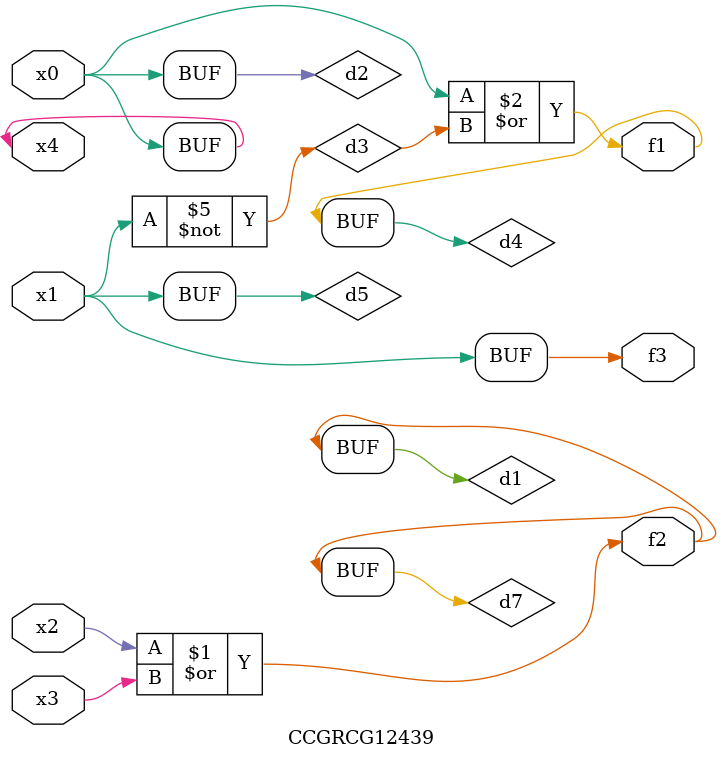
<source format=v>
module CCGRCG12439(
	input x0, x1, x2, x3, x4,
	output f1, f2, f3
);

	wire d1, d2, d3, d4, d5, d6, d7;

	or (d1, x2, x3);
	buf (d2, x0, x4);
	not (d3, x1);
	or (d4, d2, d3);
	not (d5, d3);
	nand (d6, d1, d3);
	or (d7, d1);
	assign f1 = d4;
	assign f2 = d7;
	assign f3 = d5;
endmodule

</source>
